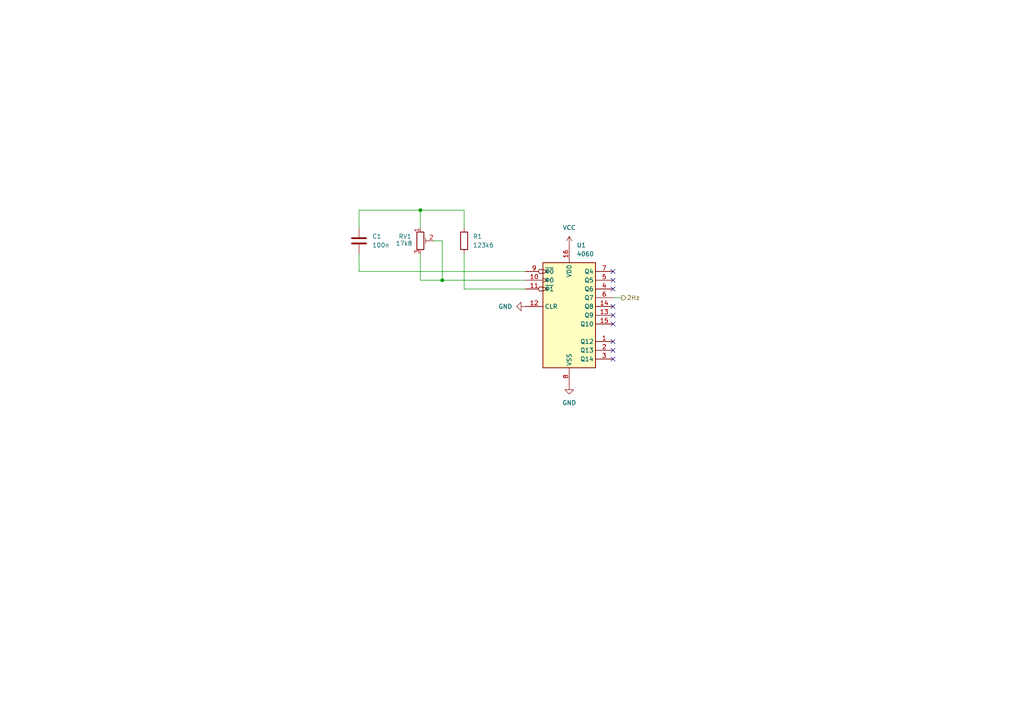
<source format=kicad_sch>
(kicad_sch (version 20250114) (generator "eeschema") (generator_version "9.0")
  (paper "A4")
  (lib_symbols
    (symbol "4xxx:4060"
      (property "Reference" "U" (at 5.08 16.51 0))
      (property "Value" "4060" (at 6.35 -16.51 0))
      (symbol "4060_1_0"
        (pin input inverted_clock (at -12.7 12.7 0) (length 5.08) (name "~{Φ0}") (number "9"))
        (pin input clock (at -12.7 10.16 0) (length 5.08) (name "Φ0") (number "10"))
        (pin input inverted_clock (at -12.7 7.62 0) (length 5.08) (name "~{Φ1}") (number "11"))
        (pin input line (at -12.7 2.54 0) (length 5.08) (name "CLR") (number "12"))
        (pin power_in line (at 0 20.32 270) (length 5.08) (name "VDD") (number "16"))
        (pin power_in line (at 0 -20.32 90) (length 5.08) (name "VSS") (number "8"))
        (pin output line (at 12.7 12.7 180) (length 5.08) (name "Q4") (number "7"))
        (pin output line (at 12.7 10.16 180) (length 5.08) (name "Q5") (number "5"))
        (pin output line (at 12.7 7.62 180) (length 5.08) (name "Q6") (number "4"))
        (pin output line (at 12.7 5.08 180) (length 5.08) (name "Q7") (number "6"))
        (pin output line (at 12.7 2.54 180) (length 5.08) (name "Q8") (number "14"))
        (pin output line (at 12.7 0 180) (length 5.08) (name "Q9") (number "13"))
        (pin output line (at 12.7 -2.54 180) (length 5.08) (name "Q10") (number "15"))
        (pin output line (at 12.7 -7.62 180) (length 5.08) (name "Q12") (number "1"))
        (pin output line (at 12.7 -10.16 180) (length 5.08) (name "Q13") (number "2"))
        (pin output line (at 12.7 -12.7 180) (length 5.08) (name "Q14") (number "3"))
      )
      (symbol "4060_1_1"
        (rectangle (start -7.62 15.24) (end 7.62 -15.24) (stroke (width 0.254)) (fill (type background)))
      )
    )
    (symbol "Device:C" (pin_numbers (hide yes)) (pin_names (offset 0.254))
      (property "Reference" "C" (at 0.635 2.54 0))
      (property "Value" "C" (at 0.635 -2.54 0))
      (symbol "C_0_1"
        (polyline (pts (xy -2.032 0.762) (xy 2.032 0.762)) (stroke (width 0.508)))
        (polyline (pts (xy -2.032 -0.762) (xy 2.032 -0.762)) (stroke (width 0.508)))
      )
      (symbol "C_1_1"
        (pin passive line (at 0 3.81 270) (length 2.794) (name "~") (number "1"))
        (pin passive line (at 0 -3.81 90) (length 2.794) (name "~") (number "2"))
      )
    )
    (symbol "Device:R" (pin_numbers (hide yes)) (pin_names (offset 0))
      (property "Reference" "R" (at 2.032 0 90))
      (property "Value" "R" (at 0 0 90))
      (symbol "R_0_1"
        (rectangle (start -1.016 -2.54) (end 1.016 2.54) (stroke (width 0.254)))
      )
      (symbol "R_1_1"
        (pin passive line (at 0 3.81 270) (length 1.27) (name "~") (number "1"))
        (pin passive line (at 0 -3.81 90) (length 1.27) (name "~") (number "2"))
      )
    )
    (symbol "Device:R_Potentiometer_Trim" (pin_names (offset 1.016) (hide yes))
      (property "Reference" "RV" (at -4.445 0 90))
      (property "Value" "R_Potentiometer_Trim" (at -2.54 0 90))
      (symbol "R_Potentiometer_Trim_0_1"
        (rectangle (start 1.016 2.54) (end -1.016 -2.54) (stroke (width 0.254)))
        (polyline (pts (xy 1.524 0.762) (xy 1.524 -0.762)))
        (polyline (pts (xy 2.54 0) (xy 1.524 0)))
      )
      (symbol "R_Potentiometer_Trim_1_1"
        (pin passive line (at 0 3.81 270) (length 1.27) (name "1") (number "1"))
        (pin passive line (at 0 -3.81 90) (length 1.27) (name "3") (number "3"))
        (pin passive line (at 3.81 0 180) (length 1.27) (name "2") (number "2"))
      )
    )
    (symbol "power:GND" (power) (pin_numbers (hide yes)) (pin_names (offset 0) (hide yes))
      (property "Value" "GND" (at 0 -3.81 0))
      (symbol "GND_0_1"
        (polyline (pts (xy 0 0) (xy 0 -1.27) (xy 1.27 -1.27) (xy 0 -2.54) (xy -1.27 -1.27) (xy 0 -1.27)))
      )
      (symbol "GND_1_1"
        (pin power_in line (at 0 0 270) (length 0) (name "~") (number "1"))
      )
    )
    (symbol "power:VCC" (power) (pin_numbers (hide yes)) (pin_names (offset 0) (hide yes))
      (property "Value" "VCC" (at 0 3.556 0))
      (symbol "VCC_0_1"
        (polyline (pts (xy -0.762 1.27) (xy 0 2.54)))
        (polyline (pts (xy 0 2.54) (xy 0.762 1.27)))
        (polyline (pts (xy 0 0) (xy 0 2.54)))
      )
      (symbol "VCC_1_1"
        (pin power_in line (at 0 0 90) (length 0) (name "~") (number "1"))
      )
    )
  )
  (junction (at 128.27 81.28))
  (junction (at 121.92 60.96))
  (no_connect (at 177.8 81.28))
  (no_connect (at 177.8 104.14))
  (no_connect (at 177.8 101.6))
  (no_connect (at 177.8 91.44))
  (no_connect (at 177.8 78.74))
  (no_connect (at 177.8 99.06))
  (no_connect (at 177.8 83.82))
  (no_connect (at 177.8 88.9))
  (no_connect (at 177.8 93.98))
  (wire (pts (xy 104.14 60.96) (xy 121.92 60.96)))
  (wire (pts (xy 121.92 81.28) (xy 128.27 81.28)))
  (wire (pts (xy 104.14 66.04) (xy 104.14 60.96)))
  (wire (pts (xy 128.27 69.85) (xy 128.27 81.28)))
  (wire (pts (xy 121.92 73.66) (xy 121.92 81.28)))
  (wire (pts (xy 104.14 73.66) (xy 104.14 78.74)))
  (wire (pts (xy 121.92 60.96) (xy 121.92 66.04)))
  (wire (pts (xy 128.27 81.28) (xy 152.4 81.28)))
  (wire (pts (xy 125.73 69.85) (xy 128.27 69.85)))
  (wire (pts (xy 104.14 78.74) (xy 152.4 78.74)))
  (wire (pts (xy 177.8 86.36) (xy 180.34 86.36)))
  (wire (pts (xy 134.62 60.96) (xy 134.62 66.04)))
  (wire (pts (xy 134.62 83.82) (xy 152.4 83.82)))
  (wire (pts (xy 134.62 73.66) (xy 134.62 83.82)))
  (wire (pts (xy 121.92 60.96) (xy 134.62 60.96)))
  (hierarchical_label "2Hz" (shape output) (at 180.34 86.36 0))
  (symbol (lib_id "4xxx:4060") (at 165.1 91.44 0) (unit 1)
    (property "Reference" "U1" (at 167.2433 71.12 0) (effects (justify left)))
    (property "Value" "4060" (at 167.2433 73.66 0) (effects (justify left)))
    (property "Datasheet" "https://www.st.com/resource/en/datasheet/m74hc4060.pdf" (effects (hide yes)))
    (property "Description" "Binary counter (14-stages) and oscillator" (effects (hide yes)))
  )
  (symbol (lib_id "power:GND") (at 152.4 88.9 270) (unit 1)
    (property "Reference" "#PWR03" (effects (hide yes)))
    (property "Value" "GND" (at 148.59 88.8999 90) (effects (justify right)))
    (property "Description" "Power symbol creates a global label with name \"GND\" , ground" (effects (hide yes)))
  )
  (symbol (lib_id "Device:R_Potentiometer_Trim") (at 121.92 69.85 0) (unit 1)
    (property "Reference" "RV1" (at 119.38 68.5799 0) (effects (justify right)))
    (property "Value" "17k8" (at 119.634 70.612 0) (effects (justify right)))
    (property "Description" "Trim-potentiometer" (effects (hide yes)))
  )
  (symbol (lib_id "power:VCC") (at 165.1 71.12 0) (unit 1)
    (property "Reference" "#PWR01" (effects (hide yes)))
    (property "Value" "VCC" (at 165.1 66.04 0))
    (property "Description" "Power symbol creates a global label with name \"VCC\"" (effects (hide yes)))
  )
  (symbol (lib_id "Device:R") (at 134.62 69.85 0) (unit 1)
    (property "Reference" "R1" (at 137.16 68.5799 0) (effects (justify left)))
    (property "Value" "123k6" (at 137.16 71.1199 0) (effects (justify left)))
    (property "Description" "Resistor" (effects (hide yes)))
  )
  (symbol (lib_id "power:GND") (at 165.1 111.76 0) (unit 1)
    (property "Reference" "#PWR02" (effects (hide yes)))
    (property "Value" "GND" (at 165.1 116.84 0))
    (property "Description" "Power symbol creates a global label with name \"GND\" , ground" (effects (hide yes)))
  )
  (symbol (lib_id "Device:C") (at 104.14 69.85 0) (unit 1)
    (property "Reference" "C1" (at 107.95 68.5799 0) (effects (justify left)))
    (property "Value" "100n" (at 107.95 71.1199 0) (effects (justify left)))
    (property "Description" "Unpolarized capacitor" (effects (hide yes)))
  )
)
</source>
